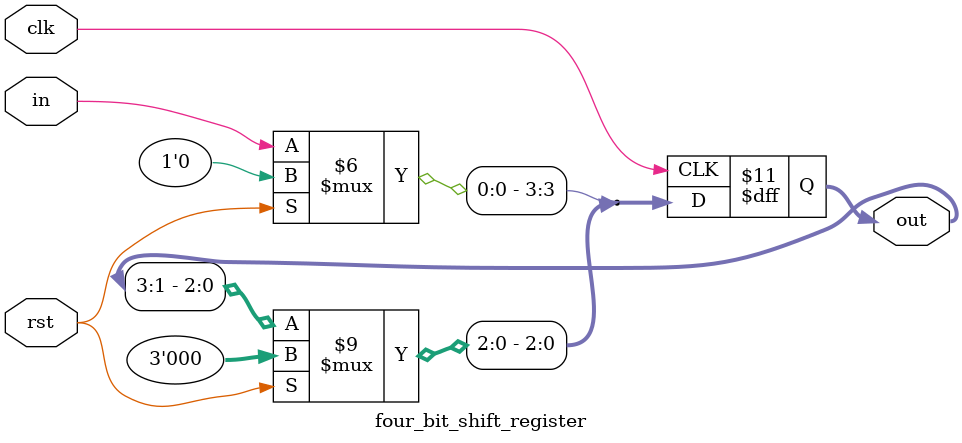
<source format=v>
`timescale 1ns / 1ps
module four_bit_shift_register(clk, rst, in, out);
input clk, rst, in;
output [3:0] out;
reg [3:0] out;
initial out = 4'b0000;
always @(posedge clk) begin
if(rst == 1'b1) out = 4'b0000;
else begin
out = out>>1;
out[3] = in;
end
end
endmodule
</source>
